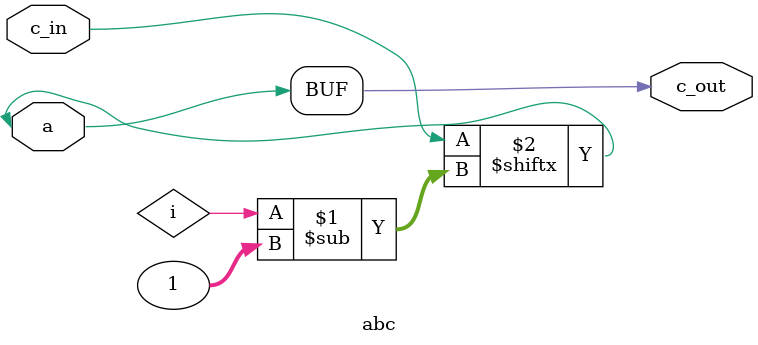
<source format=sv>
module abc (a, c_in, c_out);

	input a;
	input c_in;
	output c_out;

		assign c_out = a;
		assign a = c_in[i-1];
		assign a[i] = c_in[i];

endmodule

	

</source>
